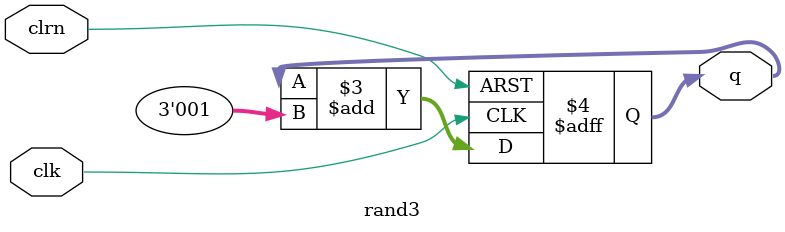
<source format=v>
/************************************************
  The Verilog HDL code example is from the book
  Computer Principles and Design in Verilog HDL
  by Yamin Li, published by A JOHN WILEY & SONS
************************************************/
module rand3 (clk,clrn,q);                          // a 3-bit random number
    input        clk, clrn;                         // clock and reset
    output [2:0] q;                                 // output q
    reg    [2:0] q;                                 // register
    always @ (posedge clk or negedge clrn)
        if (!clrn) q <= 0;                          // q = 0 if reset
        else       q <= q + 3'd1;                   // q++
endmodule

</source>
